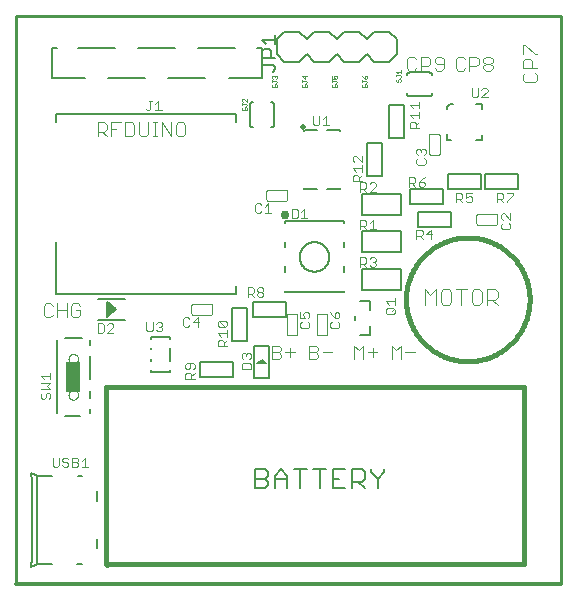
<source format=gto>
G75*
%MOIN*%
%OFA0B0*%
%FSLAX25Y25*%
%IPPOS*%
%LPD*%
%AMOC8*
5,1,8,0,0,1.08239X$1,22.5*
%
%ADD10C,0.01600*%
%ADD11C,0.01000*%
%ADD12C,0.01200*%
%ADD13C,0.00600*%
%ADD14C,0.00400*%
%ADD15C,0.00300*%
%ADD16C,0.03000*%
%ADD17C,0.00500*%
%ADD18C,0.00800*%
%ADD19C,0.00100*%
%ADD20R,0.05000X0.10000*%
%ADD21C,0.00000*%
%ADD22C,0.02000*%
D10*
X0031726Y0008116D02*
X0031726Y0067116D01*
X0031976Y0067116D02*
X0171226Y0067116D01*
X0171226Y0065616D01*
X0171226Y0008116D01*
X0031976Y0008116D01*
X0031976Y0007866D01*
X0131734Y0096429D02*
X0131740Y0096935D01*
X0131759Y0097441D01*
X0131790Y0097946D01*
X0131833Y0098450D01*
X0131889Y0098953D01*
X0131957Y0099454D01*
X0132038Y0099954D01*
X0132130Y0100451D01*
X0132235Y0100946D01*
X0132352Y0101438D01*
X0132481Y0101928D01*
X0132622Y0102414D01*
X0132775Y0102896D01*
X0132939Y0103374D01*
X0133115Y0103849D01*
X0133303Y0104318D01*
X0133503Y0104783D01*
X0133713Y0105243D01*
X0133935Y0105698D01*
X0134168Y0106147D01*
X0134412Y0106591D01*
X0134667Y0107028D01*
X0134932Y0107459D01*
X0135208Y0107883D01*
X0135495Y0108300D01*
X0135791Y0108710D01*
X0136097Y0109113D01*
X0136414Y0109508D01*
X0136739Y0109895D01*
X0137075Y0110274D01*
X0137419Y0110645D01*
X0137772Y0111007D01*
X0138134Y0111360D01*
X0138505Y0111704D01*
X0138884Y0112040D01*
X0139271Y0112365D01*
X0139666Y0112682D01*
X0140069Y0112988D01*
X0140479Y0113284D01*
X0140896Y0113571D01*
X0141320Y0113847D01*
X0141751Y0114112D01*
X0142188Y0114367D01*
X0142632Y0114611D01*
X0143081Y0114844D01*
X0143536Y0115066D01*
X0143996Y0115276D01*
X0144461Y0115476D01*
X0144930Y0115664D01*
X0145405Y0115840D01*
X0145883Y0116004D01*
X0146365Y0116157D01*
X0146851Y0116298D01*
X0147341Y0116427D01*
X0147833Y0116544D01*
X0148328Y0116649D01*
X0148825Y0116741D01*
X0149325Y0116822D01*
X0149826Y0116890D01*
X0150329Y0116946D01*
X0150833Y0116989D01*
X0151338Y0117020D01*
X0151844Y0117039D01*
X0152350Y0117045D01*
X0152856Y0117039D01*
X0153362Y0117020D01*
X0153867Y0116989D01*
X0154371Y0116946D01*
X0154874Y0116890D01*
X0155375Y0116822D01*
X0155875Y0116741D01*
X0156372Y0116649D01*
X0156867Y0116544D01*
X0157359Y0116427D01*
X0157849Y0116298D01*
X0158335Y0116157D01*
X0158817Y0116004D01*
X0159295Y0115840D01*
X0159770Y0115664D01*
X0160239Y0115476D01*
X0160704Y0115276D01*
X0161164Y0115066D01*
X0161619Y0114844D01*
X0162068Y0114611D01*
X0162512Y0114367D01*
X0162949Y0114112D01*
X0163380Y0113847D01*
X0163804Y0113571D01*
X0164221Y0113284D01*
X0164631Y0112988D01*
X0165034Y0112682D01*
X0165429Y0112365D01*
X0165816Y0112040D01*
X0166195Y0111704D01*
X0166566Y0111360D01*
X0166928Y0111007D01*
X0167281Y0110645D01*
X0167625Y0110274D01*
X0167961Y0109895D01*
X0168286Y0109508D01*
X0168603Y0109113D01*
X0168909Y0108710D01*
X0169205Y0108300D01*
X0169492Y0107883D01*
X0169768Y0107459D01*
X0170033Y0107028D01*
X0170288Y0106591D01*
X0170532Y0106147D01*
X0170765Y0105698D01*
X0170987Y0105243D01*
X0171197Y0104783D01*
X0171397Y0104318D01*
X0171585Y0103849D01*
X0171761Y0103374D01*
X0171925Y0102896D01*
X0172078Y0102414D01*
X0172219Y0101928D01*
X0172348Y0101438D01*
X0172465Y0100946D01*
X0172570Y0100451D01*
X0172662Y0099954D01*
X0172743Y0099454D01*
X0172811Y0098953D01*
X0172867Y0098450D01*
X0172910Y0097946D01*
X0172941Y0097441D01*
X0172960Y0096935D01*
X0172966Y0096429D01*
X0172960Y0095923D01*
X0172941Y0095417D01*
X0172910Y0094912D01*
X0172867Y0094408D01*
X0172811Y0093905D01*
X0172743Y0093404D01*
X0172662Y0092904D01*
X0172570Y0092407D01*
X0172465Y0091912D01*
X0172348Y0091420D01*
X0172219Y0090930D01*
X0172078Y0090444D01*
X0171925Y0089962D01*
X0171761Y0089484D01*
X0171585Y0089009D01*
X0171397Y0088540D01*
X0171197Y0088075D01*
X0170987Y0087615D01*
X0170765Y0087160D01*
X0170532Y0086711D01*
X0170288Y0086267D01*
X0170033Y0085830D01*
X0169768Y0085399D01*
X0169492Y0084975D01*
X0169205Y0084558D01*
X0168909Y0084148D01*
X0168603Y0083745D01*
X0168286Y0083350D01*
X0167961Y0082963D01*
X0167625Y0082584D01*
X0167281Y0082213D01*
X0166928Y0081851D01*
X0166566Y0081498D01*
X0166195Y0081154D01*
X0165816Y0080818D01*
X0165429Y0080493D01*
X0165034Y0080176D01*
X0164631Y0079870D01*
X0164221Y0079574D01*
X0163804Y0079287D01*
X0163380Y0079011D01*
X0162949Y0078746D01*
X0162512Y0078491D01*
X0162068Y0078247D01*
X0161619Y0078014D01*
X0161164Y0077792D01*
X0160704Y0077582D01*
X0160239Y0077382D01*
X0159770Y0077194D01*
X0159295Y0077018D01*
X0158817Y0076854D01*
X0158335Y0076701D01*
X0157849Y0076560D01*
X0157359Y0076431D01*
X0156867Y0076314D01*
X0156372Y0076209D01*
X0155875Y0076117D01*
X0155375Y0076036D01*
X0154874Y0075968D01*
X0154371Y0075912D01*
X0153867Y0075869D01*
X0153362Y0075838D01*
X0152856Y0075819D01*
X0152350Y0075813D01*
X0151844Y0075819D01*
X0151338Y0075838D01*
X0150833Y0075869D01*
X0150329Y0075912D01*
X0149826Y0075968D01*
X0149325Y0076036D01*
X0148825Y0076117D01*
X0148328Y0076209D01*
X0147833Y0076314D01*
X0147341Y0076431D01*
X0146851Y0076560D01*
X0146365Y0076701D01*
X0145883Y0076854D01*
X0145405Y0077018D01*
X0144930Y0077194D01*
X0144461Y0077382D01*
X0143996Y0077582D01*
X0143536Y0077792D01*
X0143081Y0078014D01*
X0142632Y0078247D01*
X0142188Y0078491D01*
X0141751Y0078746D01*
X0141320Y0079011D01*
X0140896Y0079287D01*
X0140479Y0079574D01*
X0140069Y0079870D01*
X0139666Y0080176D01*
X0139271Y0080493D01*
X0138884Y0080818D01*
X0138505Y0081154D01*
X0138134Y0081498D01*
X0137772Y0081851D01*
X0137419Y0082213D01*
X0137075Y0082584D01*
X0136739Y0082963D01*
X0136414Y0083350D01*
X0136097Y0083745D01*
X0135791Y0084148D01*
X0135495Y0084558D01*
X0135208Y0084975D01*
X0134932Y0085399D01*
X0134667Y0085830D01*
X0134412Y0086267D01*
X0134168Y0086711D01*
X0133935Y0087160D01*
X0133713Y0087615D01*
X0133503Y0088075D01*
X0133303Y0088540D01*
X0133115Y0089009D01*
X0132939Y0089484D01*
X0132775Y0089962D01*
X0132622Y0090444D01*
X0132481Y0090930D01*
X0132352Y0091420D01*
X0132235Y0091912D01*
X0132130Y0092407D01*
X0132038Y0092904D01*
X0131957Y0093404D01*
X0131889Y0093905D01*
X0131833Y0094408D01*
X0131790Y0094912D01*
X0131759Y0095417D01*
X0131740Y0095923D01*
X0131734Y0096429D01*
D11*
X0183450Y0190950D02*
X0183450Y0001600D01*
X0001600Y0001600D02*
X0001600Y0190950D01*
X0183450Y0190950D01*
D12*
X0183450Y0001600D02*
X0001600Y0001600D01*
D13*
X0046854Y0072387D02*
X0046854Y0072869D01*
X0046854Y0072387D02*
X0053235Y0072387D01*
X0053235Y0072869D01*
X0053235Y0076039D02*
X0053235Y0080153D01*
X0053235Y0083323D02*
X0053235Y0083805D01*
X0046854Y0083805D01*
X0046854Y0083323D01*
X0046854Y0080153D02*
X0046854Y0079780D01*
X0046854Y0076413D02*
X0046854Y0076039D01*
X0081526Y0039821D02*
X0084729Y0039821D01*
X0085796Y0038754D01*
X0085796Y0037686D01*
X0084729Y0036618D01*
X0081526Y0036618D01*
X0081526Y0033416D02*
X0084729Y0033416D01*
X0085796Y0034483D01*
X0085796Y0035551D01*
X0084729Y0036618D01*
X0087971Y0036618D02*
X0092242Y0036618D01*
X0092242Y0037686D02*
X0092242Y0033416D01*
X0092242Y0037686D02*
X0090107Y0039821D01*
X0087971Y0037686D01*
X0087971Y0033416D01*
X0094417Y0039821D02*
X0098687Y0039821D01*
X0096552Y0039821D02*
X0096552Y0033416D01*
X0100862Y0039821D02*
X0105133Y0039821D01*
X0102998Y0039821D02*
X0102998Y0033416D01*
X0107308Y0033416D02*
X0111578Y0033416D01*
X0113753Y0033416D02*
X0113753Y0039821D01*
X0116956Y0039821D01*
X0118024Y0038754D01*
X0118024Y0036618D01*
X0116956Y0035551D01*
X0113753Y0035551D01*
X0115889Y0035551D02*
X0118024Y0033416D01*
X0122334Y0033416D02*
X0122334Y0036618D01*
X0124469Y0038754D01*
X0124469Y0039821D01*
X0122334Y0036618D02*
X0120199Y0038754D01*
X0120199Y0039821D01*
X0111578Y0039821D02*
X0107308Y0039821D01*
X0107308Y0033416D01*
X0107308Y0036618D02*
X0109443Y0036618D01*
X0081526Y0033416D02*
X0081526Y0039821D01*
D14*
X0061276Y0069870D02*
X0058173Y0069870D01*
X0058173Y0071422D01*
X0058690Y0071939D01*
X0059725Y0071939D01*
X0060242Y0071422D01*
X0060242Y0069870D01*
X0060242Y0070904D02*
X0061276Y0071939D01*
X0060759Y0073093D02*
X0061276Y0073610D01*
X0061276Y0074644D01*
X0060759Y0075161D01*
X0058690Y0075161D01*
X0058173Y0074644D01*
X0058173Y0073610D01*
X0058690Y0073093D01*
X0059208Y0073093D01*
X0059725Y0073610D01*
X0059725Y0075161D01*
X0068923Y0080816D02*
X0068923Y0082367D01*
X0069440Y0082884D01*
X0070475Y0082884D01*
X0070992Y0082367D01*
X0070992Y0080816D01*
X0070992Y0081850D02*
X0072026Y0082884D01*
X0072026Y0084038D02*
X0072026Y0086107D01*
X0072026Y0085073D02*
X0068923Y0085073D01*
X0069958Y0084038D01*
X0069440Y0087261D02*
X0068923Y0087778D01*
X0068923Y0088813D01*
X0069440Y0089330D01*
X0071509Y0087261D01*
X0072026Y0087778D01*
X0072026Y0088813D01*
X0071509Y0089330D01*
X0069440Y0089330D01*
X0069440Y0087261D02*
X0071509Y0087261D01*
X0072026Y0080816D02*
X0068923Y0080816D01*
X0062255Y0087316D02*
X0062255Y0090418D01*
X0060703Y0088867D01*
X0062772Y0088867D01*
X0059549Y0087833D02*
X0059032Y0087316D01*
X0057998Y0087316D01*
X0057480Y0087833D01*
X0057480Y0089901D01*
X0057998Y0090418D01*
X0059032Y0090418D01*
X0059549Y0089901D01*
X0050536Y0088382D02*
X0050536Y0087864D01*
X0050019Y0087347D01*
X0050536Y0086830D01*
X0050536Y0086313D01*
X0050019Y0085796D01*
X0048985Y0085796D01*
X0048468Y0086313D01*
X0047313Y0086313D02*
X0047313Y0088899D01*
X0048468Y0088382D02*
X0048985Y0088899D01*
X0050019Y0088899D01*
X0050536Y0088382D01*
X0050019Y0087347D02*
X0049502Y0087347D01*
X0047313Y0086313D02*
X0046796Y0085796D01*
X0045762Y0085796D01*
X0045245Y0086313D01*
X0045245Y0088899D01*
X0034217Y0087901D02*
X0033700Y0088418D01*
X0032666Y0088418D01*
X0032149Y0087901D01*
X0030994Y0087901D02*
X0030994Y0085833D01*
X0030477Y0085316D01*
X0028926Y0085316D01*
X0028926Y0088418D01*
X0030477Y0088418D01*
X0030994Y0087901D01*
X0032149Y0085316D02*
X0034217Y0087384D01*
X0034217Y0087901D01*
X0034217Y0085316D02*
X0032149Y0085316D01*
X0023203Y0091333D02*
X0022436Y0090566D01*
X0020901Y0090566D01*
X0020134Y0091333D01*
X0020134Y0094402D01*
X0020901Y0095170D01*
X0022436Y0095170D01*
X0023203Y0094402D01*
X0023203Y0092868D02*
X0021668Y0092868D01*
X0023203Y0092868D02*
X0023203Y0091333D01*
X0018599Y0090566D02*
X0018599Y0095170D01*
X0018599Y0092868D02*
X0015530Y0092868D01*
X0013995Y0094402D02*
X0013228Y0095170D01*
X0011693Y0095170D01*
X0010926Y0094402D01*
X0010926Y0091333D01*
X0011693Y0090566D01*
X0013228Y0090566D01*
X0013995Y0091333D01*
X0015530Y0090566D02*
X0015530Y0095170D01*
X0013152Y0071830D02*
X0013152Y0069761D01*
X0013152Y0070795D02*
X0010049Y0070795D01*
X0011084Y0069761D01*
X0010049Y0068607D02*
X0013152Y0068607D01*
X0012118Y0067573D01*
X0013152Y0066538D01*
X0010049Y0066538D01*
X0010566Y0065384D02*
X0010049Y0064867D01*
X0010049Y0063833D01*
X0010566Y0063316D01*
X0011084Y0063316D01*
X0011601Y0063833D01*
X0011601Y0064867D01*
X0012118Y0065384D01*
X0012635Y0065384D01*
X0013152Y0064867D01*
X0013152Y0063833D01*
X0012635Y0063316D01*
X0013926Y0043668D02*
X0013926Y0041083D01*
X0014443Y0040566D01*
X0015477Y0040566D01*
X0015994Y0041083D01*
X0015994Y0043668D01*
X0017149Y0043151D02*
X0017149Y0042634D01*
X0017666Y0042117D01*
X0018700Y0042117D01*
X0019217Y0041600D01*
X0019217Y0041083D01*
X0018700Y0040566D01*
X0017666Y0040566D01*
X0017149Y0041083D01*
X0017149Y0043151D02*
X0017666Y0043668D01*
X0018700Y0043668D01*
X0019217Y0043151D01*
X0020371Y0043668D02*
X0021923Y0043668D01*
X0022440Y0043151D01*
X0022440Y0042634D01*
X0021923Y0042117D01*
X0020371Y0042117D01*
X0020371Y0040566D02*
X0021923Y0040566D01*
X0022440Y0041083D01*
X0022440Y0041600D01*
X0021923Y0042117D01*
X0023594Y0042634D02*
X0024628Y0043668D01*
X0024628Y0040566D01*
X0023594Y0040566D02*
X0025663Y0040566D01*
X0020371Y0040566D02*
X0020371Y0043668D01*
X0076923Y0073316D02*
X0076923Y0074867D01*
X0077440Y0075384D01*
X0079509Y0075384D01*
X0080026Y0074867D01*
X0080026Y0073316D01*
X0076923Y0073316D01*
X0077440Y0076538D02*
X0076923Y0077056D01*
X0076923Y0078090D01*
X0077440Y0078607D01*
X0077958Y0078607D01*
X0078475Y0078090D01*
X0078992Y0078607D01*
X0079509Y0078607D01*
X0080026Y0078090D01*
X0080026Y0077056D01*
X0079509Y0076538D01*
X0078475Y0077573D02*
X0078475Y0078090D01*
X0086977Y0078767D02*
X0089279Y0078767D01*
X0090046Y0078000D01*
X0090046Y0077233D01*
X0089279Y0076465D01*
X0086977Y0076465D01*
X0086977Y0081069D01*
X0089279Y0081069D01*
X0090046Y0080302D01*
X0090046Y0079535D01*
X0089279Y0078767D01*
X0091581Y0078767D02*
X0094650Y0078767D01*
X0093116Y0077233D02*
X0093116Y0080302D01*
X0096940Y0086870D02*
X0099009Y0086870D01*
X0099526Y0087387D01*
X0099526Y0088422D01*
X0099009Y0088939D01*
X0099009Y0090093D02*
X0099526Y0090610D01*
X0099526Y0091644D01*
X0099009Y0092161D01*
X0097975Y0092161D01*
X0097458Y0091644D01*
X0097458Y0091127D01*
X0097975Y0090093D01*
X0096423Y0090093D01*
X0096423Y0092161D01*
X0096940Y0088939D02*
X0096423Y0088422D01*
X0096423Y0087387D01*
X0096940Y0086870D01*
X0099477Y0081069D02*
X0101779Y0081069D01*
X0102546Y0080302D01*
X0102546Y0079535D01*
X0101779Y0078767D01*
X0099477Y0078767D01*
X0099477Y0076465D02*
X0101779Y0076465D01*
X0102546Y0077233D01*
X0102546Y0078000D01*
X0101779Y0078767D01*
X0104081Y0078767D02*
X0107150Y0078767D01*
X0114477Y0076465D02*
X0114477Y0081069D01*
X0116012Y0079535D01*
X0117546Y0081069D01*
X0117546Y0076465D01*
X0119081Y0078767D02*
X0122150Y0078767D01*
X0120616Y0077233D02*
X0120616Y0080302D01*
X0126977Y0081069D02*
X0126977Y0076465D01*
X0130046Y0076465D02*
X0130046Y0081069D01*
X0128512Y0079535D01*
X0126977Y0081069D01*
X0131581Y0078767D02*
X0134650Y0078767D01*
X0127572Y0091496D02*
X0125503Y0091496D01*
X0124986Y0092013D01*
X0124986Y0093048D01*
X0125503Y0093565D01*
X0127572Y0093565D01*
X0128089Y0093048D01*
X0128089Y0092013D01*
X0127572Y0091496D01*
X0127055Y0092530D02*
X0128089Y0093565D01*
X0128089Y0094719D02*
X0128089Y0096787D01*
X0128089Y0095753D02*
X0124986Y0095753D01*
X0126021Y0094719D01*
X0138176Y0094566D02*
X0138176Y0099770D01*
X0139911Y0098035D01*
X0141646Y0099770D01*
X0141646Y0094566D01*
X0143332Y0095433D02*
X0144200Y0094566D01*
X0145935Y0094566D01*
X0146802Y0095433D01*
X0146802Y0098903D01*
X0145935Y0099770D01*
X0144200Y0099770D01*
X0143332Y0098903D01*
X0143332Y0095433D01*
X0148489Y0099770D02*
X0151958Y0099770D01*
X0150224Y0099770D02*
X0150224Y0094566D01*
X0153645Y0095433D02*
X0154513Y0094566D01*
X0156247Y0094566D01*
X0157115Y0095433D01*
X0157115Y0098903D01*
X0156247Y0099770D01*
X0154513Y0099770D01*
X0153645Y0098903D01*
X0153645Y0095433D01*
X0158802Y0094566D02*
X0158802Y0099770D01*
X0161404Y0099770D01*
X0162271Y0098903D01*
X0162271Y0097168D01*
X0161404Y0096301D01*
X0158802Y0096301D01*
X0160536Y0096301D02*
X0162271Y0094566D01*
X0140005Y0116566D02*
X0140005Y0119668D01*
X0138453Y0118117D01*
X0140522Y0118117D01*
X0137299Y0118117D02*
X0136782Y0117600D01*
X0135230Y0117600D01*
X0135230Y0116566D02*
X0135230Y0119668D01*
X0136782Y0119668D01*
X0137299Y0119151D01*
X0137299Y0118117D01*
X0136265Y0117600D02*
X0137299Y0116566D01*
X0148480Y0128816D02*
X0148480Y0131918D01*
X0150032Y0131918D01*
X0150549Y0131401D01*
X0150549Y0130367D01*
X0150032Y0129850D01*
X0148480Y0129850D01*
X0149515Y0129850D02*
X0150549Y0128816D01*
X0151703Y0129333D02*
X0152220Y0128816D01*
X0153255Y0128816D01*
X0153772Y0129333D01*
X0153772Y0130367D01*
X0153255Y0130884D01*
X0152737Y0130884D01*
X0151703Y0130367D01*
X0151703Y0131918D01*
X0153772Y0131918D01*
X0162176Y0131918D02*
X0162176Y0128816D01*
X0162176Y0129850D02*
X0163727Y0129850D01*
X0164244Y0130367D01*
X0164244Y0131401D01*
X0163727Y0131918D01*
X0162176Y0131918D01*
X0163210Y0129850D02*
X0164244Y0128816D01*
X0165399Y0128816D02*
X0165399Y0129333D01*
X0167467Y0131401D01*
X0167467Y0131918D01*
X0165399Y0131918D01*
X0164458Y0125107D02*
X0163940Y0125107D01*
X0163423Y0124590D01*
X0163423Y0123556D01*
X0163940Y0123038D01*
X0163940Y0121884D02*
X0163423Y0121367D01*
X0163423Y0120333D01*
X0163940Y0119816D01*
X0166009Y0119816D01*
X0166526Y0120333D01*
X0166526Y0121367D01*
X0166009Y0121884D01*
X0166526Y0123038D02*
X0164458Y0125107D01*
X0166526Y0125107D02*
X0166526Y0123038D01*
X0138276Y0141887D02*
X0138276Y0142922D01*
X0137759Y0143439D01*
X0137759Y0144593D02*
X0138276Y0145110D01*
X0138276Y0146144D01*
X0137759Y0146661D01*
X0137242Y0146661D01*
X0136725Y0146144D01*
X0136725Y0145627D01*
X0136725Y0146144D02*
X0136208Y0146661D01*
X0135690Y0146661D01*
X0135173Y0146144D01*
X0135173Y0145110D01*
X0135690Y0144593D01*
X0135690Y0143439D02*
X0135173Y0142922D01*
X0135173Y0141887D01*
X0135690Y0141370D01*
X0137759Y0141370D01*
X0138276Y0141887D01*
X0138022Y0137168D02*
X0136987Y0136651D01*
X0135953Y0135617D01*
X0137505Y0135617D01*
X0138022Y0135100D01*
X0138022Y0134583D01*
X0137505Y0134066D01*
X0136470Y0134066D01*
X0135953Y0134583D01*
X0135953Y0135617D01*
X0134799Y0135617D02*
X0134282Y0135100D01*
X0132730Y0135100D01*
X0132730Y0134066D02*
X0132730Y0137168D01*
X0134282Y0137168D01*
X0134799Y0136651D01*
X0134799Y0135617D01*
X0133765Y0135100D02*
X0134799Y0134066D01*
X0121717Y0134384D02*
X0121717Y0134901D01*
X0121200Y0135418D01*
X0120166Y0135418D01*
X0119649Y0134901D01*
X0118494Y0134901D02*
X0117977Y0135418D01*
X0116426Y0135418D01*
X0116426Y0132316D01*
X0116426Y0133350D02*
X0117977Y0133350D01*
X0118494Y0133867D01*
X0118494Y0134901D01*
X0117026Y0135816D02*
X0113923Y0135816D01*
X0113923Y0137367D01*
X0114440Y0137884D01*
X0115475Y0137884D01*
X0115992Y0137367D01*
X0115992Y0135816D01*
X0115992Y0136850D02*
X0117026Y0137884D01*
X0117026Y0139038D02*
X0117026Y0141107D01*
X0117026Y0140073D02*
X0113923Y0140073D01*
X0114958Y0139038D01*
X0114440Y0142261D02*
X0113923Y0142778D01*
X0113923Y0143813D01*
X0114440Y0144330D01*
X0114958Y0144330D01*
X0117026Y0142261D01*
X0117026Y0144330D01*
X0117460Y0133350D02*
X0118494Y0132316D01*
X0119649Y0132316D02*
X0121717Y0134384D01*
X0121717Y0132316D02*
X0119649Y0132316D01*
X0120683Y0122918D02*
X0120683Y0119816D01*
X0119649Y0119816D02*
X0121717Y0119816D01*
X0119649Y0121884D02*
X0120683Y0122918D01*
X0118494Y0122401D02*
X0118494Y0121367D01*
X0117977Y0120850D01*
X0116426Y0120850D01*
X0117460Y0120850D02*
X0118494Y0119816D01*
X0116426Y0119816D02*
X0116426Y0122918D01*
X0117977Y0122918D01*
X0118494Y0122401D01*
X0117977Y0110418D02*
X0116426Y0110418D01*
X0116426Y0107316D01*
X0116426Y0108350D02*
X0117977Y0108350D01*
X0118494Y0108867D01*
X0118494Y0109901D01*
X0117977Y0110418D01*
X0119649Y0109901D02*
X0120166Y0110418D01*
X0121200Y0110418D01*
X0121717Y0109901D01*
X0121717Y0109384D01*
X0121200Y0108867D01*
X0121717Y0108350D01*
X0121717Y0107833D01*
X0121200Y0107316D01*
X0120166Y0107316D01*
X0119649Y0107833D01*
X0118494Y0107316D02*
X0117460Y0108350D01*
X0120683Y0108867D02*
X0121200Y0108867D01*
X0109009Y0092161D02*
X0108492Y0092161D01*
X0107975Y0091644D01*
X0107975Y0090093D01*
X0109009Y0090093D01*
X0109526Y0090610D01*
X0109526Y0091644D01*
X0109009Y0092161D01*
X0106940Y0091127D02*
X0107975Y0090093D01*
X0106940Y0091127D02*
X0106423Y0092161D01*
X0106940Y0088939D02*
X0106423Y0088422D01*
X0106423Y0087387D01*
X0106940Y0086870D01*
X0109009Y0086870D01*
X0109526Y0087387D01*
X0109526Y0088422D01*
X0109009Y0088939D01*
X0099477Y0081069D02*
X0099477Y0076465D01*
X0083700Y0097316D02*
X0082666Y0097316D01*
X0082149Y0097833D01*
X0082149Y0098350D01*
X0082666Y0098867D01*
X0083700Y0098867D01*
X0084217Y0098350D01*
X0084217Y0097833D01*
X0083700Y0097316D01*
X0083700Y0098867D02*
X0084217Y0099384D01*
X0084217Y0099901D01*
X0083700Y0100418D01*
X0082666Y0100418D01*
X0082149Y0099901D01*
X0082149Y0099384D01*
X0082666Y0098867D01*
X0080994Y0098867D02*
X0080477Y0098350D01*
X0078926Y0098350D01*
X0079960Y0098350D02*
X0080994Y0097316D01*
X0080994Y0098867D02*
X0080994Y0099901D01*
X0080477Y0100418D01*
X0078926Y0100418D01*
X0078926Y0097316D01*
X0093613Y0123503D02*
X0095164Y0123503D01*
X0095681Y0124020D01*
X0095681Y0126088D01*
X0095164Y0126605D01*
X0093613Y0126605D01*
X0093613Y0123503D01*
X0096836Y0123503D02*
X0098904Y0123503D01*
X0097870Y0123503D02*
X0097870Y0126605D01*
X0096836Y0125571D01*
X0086772Y0125316D02*
X0084703Y0125316D01*
X0085737Y0125316D02*
X0085737Y0128418D01*
X0084703Y0127384D01*
X0083549Y0127901D02*
X0083032Y0128418D01*
X0081998Y0128418D01*
X0081480Y0127901D01*
X0081480Y0125833D01*
X0081998Y0125316D01*
X0083032Y0125316D01*
X0083549Y0125833D01*
X0058084Y0151583D02*
X0058084Y0154652D01*
X0057317Y0155420D01*
X0055782Y0155420D01*
X0055015Y0154652D01*
X0055015Y0151583D01*
X0055782Y0150816D01*
X0057317Y0150816D01*
X0058084Y0151583D01*
X0053480Y0150816D02*
X0053480Y0155420D01*
X0050411Y0155420D02*
X0050411Y0150816D01*
X0048876Y0150816D02*
X0047342Y0150816D01*
X0048109Y0150816D02*
X0048109Y0155420D01*
X0047342Y0155420D02*
X0048876Y0155420D01*
X0050411Y0155420D02*
X0053480Y0150816D01*
X0045807Y0151583D02*
X0045807Y0155420D01*
X0042738Y0155420D02*
X0042738Y0151583D01*
X0043505Y0150816D01*
X0045040Y0150816D01*
X0045807Y0151583D01*
X0041203Y0151583D02*
X0041203Y0154652D01*
X0040436Y0155420D01*
X0038134Y0155420D01*
X0038134Y0150816D01*
X0040436Y0150816D01*
X0041203Y0151583D01*
X0036599Y0155420D02*
X0033530Y0155420D01*
X0033530Y0150816D01*
X0031995Y0150816D02*
X0030461Y0152350D01*
X0031228Y0152350D02*
X0028926Y0152350D01*
X0028926Y0150816D02*
X0028926Y0155420D01*
X0031228Y0155420D01*
X0031995Y0154652D01*
X0031995Y0153118D01*
X0031228Y0152350D01*
X0033530Y0153118D02*
X0035065Y0153118D01*
X0044980Y0159959D02*
X0045498Y0159442D01*
X0046015Y0159442D01*
X0046532Y0159959D01*
X0046532Y0162544D01*
X0046015Y0162544D02*
X0047049Y0162544D01*
X0048203Y0161510D02*
X0049237Y0162544D01*
X0049237Y0159442D01*
X0048203Y0159442D02*
X0050272Y0159442D01*
X0100780Y0157544D02*
X0100780Y0154959D01*
X0101297Y0154442D01*
X0102331Y0154442D01*
X0102848Y0154959D01*
X0102848Y0157544D01*
X0104002Y0156510D02*
X0105037Y0157544D01*
X0105037Y0154442D01*
X0106071Y0154442D02*
X0104002Y0154442D01*
X0132063Y0173433D02*
X0132830Y0172666D01*
X0134365Y0172666D01*
X0135132Y0173433D01*
X0136667Y0172666D02*
X0136667Y0177270D01*
X0138969Y0177270D01*
X0139736Y0176503D01*
X0139736Y0174968D01*
X0138969Y0174201D01*
X0136667Y0174201D01*
X0135132Y0176503D02*
X0134365Y0177270D01*
X0132830Y0177270D01*
X0132063Y0176503D01*
X0132063Y0173433D01*
X0141271Y0173433D02*
X0142038Y0172666D01*
X0143573Y0172666D01*
X0144340Y0173433D01*
X0144340Y0176503D01*
X0143573Y0177270D01*
X0142038Y0177270D01*
X0141271Y0176503D01*
X0141271Y0175735D01*
X0142038Y0174968D01*
X0144340Y0174968D01*
X0148313Y0173433D02*
X0149080Y0172666D01*
X0150615Y0172666D01*
X0151382Y0173433D01*
X0152917Y0172666D02*
X0152917Y0177270D01*
X0155219Y0177270D01*
X0155986Y0176503D01*
X0155986Y0174968D01*
X0155219Y0174201D01*
X0152917Y0174201D01*
X0151382Y0176503D02*
X0150615Y0177270D01*
X0149080Y0177270D01*
X0148313Y0176503D01*
X0148313Y0173433D01*
X0153676Y0166918D02*
X0153676Y0164333D01*
X0154193Y0163816D01*
X0155227Y0163816D01*
X0155744Y0164333D01*
X0155744Y0166918D01*
X0156899Y0166401D02*
X0157416Y0166918D01*
X0158450Y0166918D01*
X0158967Y0166401D01*
X0158967Y0165884D01*
X0156899Y0163816D01*
X0158967Y0163816D01*
X0158288Y0172666D02*
X0157521Y0173433D01*
X0157521Y0174201D01*
X0158288Y0174968D01*
X0159823Y0174968D01*
X0160590Y0174201D01*
X0160590Y0173433D01*
X0159823Y0172666D01*
X0158288Y0172666D01*
X0158288Y0174968D02*
X0157521Y0175735D01*
X0157521Y0176503D01*
X0158288Y0177270D01*
X0159823Y0177270D01*
X0160590Y0176503D01*
X0160590Y0175735D01*
X0159823Y0174968D01*
X0170772Y0175773D02*
X0170772Y0173471D01*
X0175376Y0173471D01*
X0173842Y0173471D02*
X0173842Y0175773D01*
X0173074Y0176540D01*
X0171540Y0176540D01*
X0170772Y0175773D01*
X0170772Y0178075D02*
X0170772Y0181144D01*
X0171540Y0181144D01*
X0174609Y0178075D01*
X0175376Y0178075D01*
X0174609Y0171936D02*
X0175376Y0171169D01*
X0175376Y0169634D01*
X0174609Y0168867D01*
X0171540Y0168867D01*
X0170772Y0169634D01*
X0170772Y0171169D01*
X0171540Y0171936D01*
X0136026Y0162161D02*
X0136026Y0160093D01*
X0136026Y0161127D02*
X0132923Y0161127D01*
X0133958Y0160093D01*
X0136026Y0158939D02*
X0136026Y0156870D01*
X0136026Y0157904D02*
X0132923Y0157904D01*
X0133958Y0156870D01*
X0134475Y0155716D02*
X0134992Y0155199D01*
X0134992Y0153647D01*
X0136026Y0153647D02*
X0132923Y0153647D01*
X0132923Y0155199D01*
X0133440Y0155716D01*
X0134475Y0155716D01*
X0134992Y0154682D02*
X0136026Y0155716D01*
D15*
X0139976Y0151616D02*
X0142476Y0151616D01*
X0142520Y0151614D01*
X0142563Y0151608D01*
X0142605Y0151599D01*
X0142647Y0151586D01*
X0142687Y0151569D01*
X0142726Y0151549D01*
X0142763Y0151526D01*
X0142797Y0151499D01*
X0142830Y0151470D01*
X0142859Y0151437D01*
X0142886Y0151403D01*
X0142909Y0151366D01*
X0142929Y0151327D01*
X0142946Y0151287D01*
X0142959Y0151245D01*
X0142968Y0151203D01*
X0142974Y0151160D01*
X0142976Y0151116D01*
X0142976Y0145116D01*
X0142974Y0145072D01*
X0142968Y0145029D01*
X0142959Y0144987D01*
X0142946Y0144945D01*
X0142929Y0144905D01*
X0142909Y0144866D01*
X0142886Y0144829D01*
X0142859Y0144795D01*
X0142830Y0144762D01*
X0142797Y0144733D01*
X0142763Y0144706D01*
X0142726Y0144683D01*
X0142687Y0144663D01*
X0142647Y0144646D01*
X0142605Y0144633D01*
X0142563Y0144624D01*
X0142520Y0144618D01*
X0142476Y0144616D01*
X0139976Y0144616D01*
X0139932Y0144618D01*
X0139889Y0144624D01*
X0139847Y0144633D01*
X0139805Y0144646D01*
X0139765Y0144663D01*
X0139726Y0144683D01*
X0139689Y0144706D01*
X0139655Y0144733D01*
X0139622Y0144762D01*
X0139593Y0144795D01*
X0139566Y0144829D01*
X0139543Y0144866D01*
X0139523Y0144905D01*
X0139506Y0144945D01*
X0139493Y0144987D01*
X0139484Y0145029D01*
X0139478Y0145072D01*
X0139476Y0145116D01*
X0139476Y0151116D01*
X0139478Y0151160D01*
X0139484Y0151203D01*
X0139493Y0151245D01*
X0139506Y0151287D01*
X0139523Y0151327D01*
X0139543Y0151366D01*
X0139566Y0151403D01*
X0139593Y0151437D01*
X0139622Y0151470D01*
X0139655Y0151499D01*
X0139689Y0151526D01*
X0139726Y0151549D01*
X0139765Y0151569D01*
X0139805Y0151586D01*
X0139847Y0151599D01*
X0139889Y0151608D01*
X0139932Y0151614D01*
X0139976Y0151616D01*
X0155726Y0124866D02*
X0161726Y0124866D01*
X0161770Y0124864D01*
X0161813Y0124858D01*
X0161855Y0124849D01*
X0161897Y0124836D01*
X0161937Y0124819D01*
X0161976Y0124799D01*
X0162013Y0124776D01*
X0162047Y0124749D01*
X0162080Y0124720D01*
X0162109Y0124687D01*
X0162136Y0124653D01*
X0162159Y0124616D01*
X0162179Y0124577D01*
X0162196Y0124537D01*
X0162209Y0124495D01*
X0162218Y0124453D01*
X0162224Y0124410D01*
X0162226Y0124366D01*
X0162226Y0121866D01*
X0162224Y0121822D01*
X0162218Y0121779D01*
X0162209Y0121737D01*
X0162196Y0121695D01*
X0162179Y0121655D01*
X0162159Y0121616D01*
X0162136Y0121579D01*
X0162109Y0121545D01*
X0162080Y0121512D01*
X0162047Y0121483D01*
X0162013Y0121456D01*
X0161976Y0121433D01*
X0161937Y0121413D01*
X0161897Y0121396D01*
X0161855Y0121383D01*
X0161813Y0121374D01*
X0161770Y0121368D01*
X0161726Y0121366D01*
X0155726Y0121366D01*
X0155682Y0121368D01*
X0155639Y0121374D01*
X0155597Y0121383D01*
X0155555Y0121396D01*
X0155515Y0121413D01*
X0155476Y0121433D01*
X0155439Y0121456D01*
X0155405Y0121483D01*
X0155372Y0121512D01*
X0155343Y0121545D01*
X0155316Y0121579D01*
X0155293Y0121616D01*
X0155273Y0121655D01*
X0155256Y0121695D01*
X0155243Y0121737D01*
X0155234Y0121779D01*
X0155228Y0121822D01*
X0155226Y0121866D01*
X0155226Y0124366D01*
X0155228Y0124410D01*
X0155234Y0124453D01*
X0155243Y0124495D01*
X0155256Y0124537D01*
X0155273Y0124577D01*
X0155293Y0124616D01*
X0155316Y0124653D01*
X0155343Y0124687D01*
X0155372Y0124720D01*
X0155405Y0124749D01*
X0155439Y0124776D01*
X0155476Y0124799D01*
X0155515Y0124819D01*
X0155555Y0124836D01*
X0155597Y0124849D01*
X0155639Y0124858D01*
X0155682Y0124864D01*
X0155726Y0124866D01*
X0105476Y0091116D02*
X0105476Y0085116D01*
X0105474Y0085072D01*
X0105468Y0085029D01*
X0105459Y0084987D01*
X0105446Y0084945D01*
X0105429Y0084905D01*
X0105409Y0084866D01*
X0105386Y0084829D01*
X0105359Y0084795D01*
X0105330Y0084762D01*
X0105297Y0084733D01*
X0105263Y0084706D01*
X0105226Y0084683D01*
X0105187Y0084663D01*
X0105147Y0084646D01*
X0105105Y0084633D01*
X0105063Y0084624D01*
X0105020Y0084618D01*
X0104976Y0084616D01*
X0102476Y0084616D01*
X0102432Y0084618D01*
X0102389Y0084624D01*
X0102347Y0084633D01*
X0102305Y0084646D01*
X0102265Y0084663D01*
X0102226Y0084683D01*
X0102189Y0084706D01*
X0102155Y0084733D01*
X0102122Y0084762D01*
X0102093Y0084795D01*
X0102066Y0084829D01*
X0102043Y0084866D01*
X0102023Y0084905D01*
X0102006Y0084945D01*
X0101993Y0084987D01*
X0101984Y0085029D01*
X0101978Y0085072D01*
X0101976Y0085116D01*
X0101976Y0091116D01*
X0101978Y0091160D01*
X0101984Y0091203D01*
X0101993Y0091245D01*
X0102006Y0091287D01*
X0102023Y0091327D01*
X0102043Y0091366D01*
X0102066Y0091403D01*
X0102093Y0091437D01*
X0102122Y0091470D01*
X0102155Y0091499D01*
X0102189Y0091526D01*
X0102226Y0091549D01*
X0102265Y0091569D01*
X0102305Y0091586D01*
X0102347Y0091599D01*
X0102389Y0091608D01*
X0102432Y0091614D01*
X0102476Y0091616D01*
X0104976Y0091616D01*
X0105020Y0091614D01*
X0105063Y0091608D01*
X0105105Y0091599D01*
X0105147Y0091586D01*
X0105187Y0091569D01*
X0105226Y0091549D01*
X0105263Y0091526D01*
X0105297Y0091499D01*
X0105330Y0091470D01*
X0105359Y0091437D01*
X0105386Y0091403D01*
X0105409Y0091366D01*
X0105429Y0091327D01*
X0105446Y0091287D01*
X0105459Y0091245D01*
X0105468Y0091203D01*
X0105474Y0091160D01*
X0105476Y0091116D01*
X0095476Y0091116D02*
X0095476Y0085116D01*
X0095474Y0085072D01*
X0095468Y0085029D01*
X0095459Y0084987D01*
X0095446Y0084945D01*
X0095429Y0084905D01*
X0095409Y0084866D01*
X0095386Y0084829D01*
X0095359Y0084795D01*
X0095330Y0084762D01*
X0095297Y0084733D01*
X0095263Y0084706D01*
X0095226Y0084683D01*
X0095187Y0084663D01*
X0095147Y0084646D01*
X0095105Y0084633D01*
X0095063Y0084624D01*
X0095020Y0084618D01*
X0094976Y0084616D01*
X0092476Y0084616D01*
X0092432Y0084618D01*
X0092389Y0084624D01*
X0092347Y0084633D01*
X0092305Y0084646D01*
X0092265Y0084663D01*
X0092226Y0084683D01*
X0092189Y0084706D01*
X0092155Y0084733D01*
X0092122Y0084762D01*
X0092093Y0084795D01*
X0092066Y0084829D01*
X0092043Y0084866D01*
X0092023Y0084905D01*
X0092006Y0084945D01*
X0091993Y0084987D01*
X0091984Y0085029D01*
X0091978Y0085072D01*
X0091976Y0085116D01*
X0091976Y0091116D01*
X0091978Y0091160D01*
X0091984Y0091203D01*
X0091993Y0091245D01*
X0092006Y0091287D01*
X0092023Y0091327D01*
X0092043Y0091366D01*
X0092066Y0091403D01*
X0092093Y0091437D01*
X0092122Y0091470D01*
X0092155Y0091499D01*
X0092189Y0091526D01*
X0092226Y0091549D01*
X0092265Y0091569D01*
X0092305Y0091586D01*
X0092347Y0091599D01*
X0092389Y0091608D01*
X0092432Y0091614D01*
X0092476Y0091616D01*
X0094976Y0091616D01*
X0095020Y0091614D01*
X0095063Y0091608D01*
X0095105Y0091599D01*
X0095147Y0091586D01*
X0095187Y0091569D01*
X0095226Y0091549D01*
X0095263Y0091526D01*
X0095297Y0091499D01*
X0095330Y0091470D01*
X0095359Y0091437D01*
X0095386Y0091403D01*
X0095409Y0091366D01*
X0095429Y0091327D01*
X0095446Y0091287D01*
X0095459Y0091245D01*
X0095468Y0091203D01*
X0095474Y0091160D01*
X0095476Y0091116D01*
X0067226Y0091866D02*
X0067226Y0094366D01*
X0067224Y0094410D01*
X0067218Y0094453D01*
X0067209Y0094495D01*
X0067196Y0094537D01*
X0067179Y0094577D01*
X0067159Y0094616D01*
X0067136Y0094653D01*
X0067109Y0094687D01*
X0067080Y0094720D01*
X0067047Y0094749D01*
X0067013Y0094776D01*
X0066976Y0094799D01*
X0066937Y0094819D01*
X0066897Y0094836D01*
X0066855Y0094849D01*
X0066813Y0094858D01*
X0066770Y0094864D01*
X0066726Y0094866D01*
X0060726Y0094866D01*
X0060682Y0094864D01*
X0060639Y0094858D01*
X0060597Y0094849D01*
X0060555Y0094836D01*
X0060515Y0094819D01*
X0060476Y0094799D01*
X0060439Y0094776D01*
X0060405Y0094749D01*
X0060372Y0094720D01*
X0060343Y0094687D01*
X0060316Y0094653D01*
X0060293Y0094616D01*
X0060273Y0094577D01*
X0060256Y0094537D01*
X0060243Y0094495D01*
X0060234Y0094453D01*
X0060228Y0094410D01*
X0060226Y0094366D01*
X0060226Y0091866D01*
X0060228Y0091822D01*
X0060234Y0091779D01*
X0060243Y0091737D01*
X0060256Y0091695D01*
X0060273Y0091655D01*
X0060293Y0091616D01*
X0060316Y0091579D01*
X0060343Y0091545D01*
X0060372Y0091512D01*
X0060405Y0091483D01*
X0060439Y0091456D01*
X0060476Y0091433D01*
X0060515Y0091413D01*
X0060555Y0091396D01*
X0060597Y0091383D01*
X0060639Y0091374D01*
X0060682Y0091368D01*
X0060726Y0091366D01*
X0066726Y0091366D01*
X0066770Y0091368D01*
X0066813Y0091374D01*
X0066855Y0091383D01*
X0066897Y0091396D01*
X0066937Y0091413D01*
X0066976Y0091433D01*
X0067013Y0091456D01*
X0067047Y0091483D01*
X0067080Y0091512D01*
X0067109Y0091545D01*
X0067136Y0091579D01*
X0067159Y0091616D01*
X0067179Y0091655D01*
X0067196Y0091695D01*
X0067209Y0091737D01*
X0067218Y0091779D01*
X0067224Y0091822D01*
X0067226Y0091866D01*
X0085726Y0129366D02*
X0091726Y0129366D01*
X0091770Y0129368D01*
X0091813Y0129374D01*
X0091855Y0129383D01*
X0091897Y0129396D01*
X0091937Y0129413D01*
X0091976Y0129433D01*
X0092013Y0129456D01*
X0092047Y0129483D01*
X0092080Y0129512D01*
X0092109Y0129545D01*
X0092136Y0129579D01*
X0092159Y0129616D01*
X0092179Y0129655D01*
X0092196Y0129695D01*
X0092209Y0129737D01*
X0092218Y0129779D01*
X0092224Y0129822D01*
X0092226Y0129866D01*
X0092226Y0132366D01*
X0092224Y0132410D01*
X0092218Y0132453D01*
X0092209Y0132495D01*
X0092196Y0132537D01*
X0092179Y0132577D01*
X0092159Y0132616D01*
X0092136Y0132653D01*
X0092109Y0132687D01*
X0092080Y0132720D01*
X0092047Y0132749D01*
X0092013Y0132776D01*
X0091976Y0132799D01*
X0091937Y0132819D01*
X0091897Y0132836D01*
X0091855Y0132849D01*
X0091813Y0132858D01*
X0091770Y0132864D01*
X0091726Y0132866D01*
X0085726Y0132866D01*
X0085682Y0132864D01*
X0085639Y0132858D01*
X0085597Y0132849D01*
X0085555Y0132836D01*
X0085515Y0132819D01*
X0085476Y0132799D01*
X0085439Y0132776D01*
X0085405Y0132749D01*
X0085372Y0132720D01*
X0085343Y0132687D01*
X0085316Y0132653D01*
X0085293Y0132616D01*
X0085273Y0132577D01*
X0085256Y0132537D01*
X0085243Y0132495D01*
X0085234Y0132453D01*
X0085228Y0132410D01*
X0085226Y0132366D01*
X0085226Y0129866D01*
X0085228Y0129822D01*
X0085234Y0129779D01*
X0085243Y0129737D01*
X0085256Y0129695D01*
X0085273Y0129655D01*
X0085293Y0129616D01*
X0085316Y0129579D01*
X0085343Y0129545D01*
X0085372Y0129512D01*
X0085405Y0129483D01*
X0085439Y0129456D01*
X0085476Y0129433D01*
X0085515Y0129413D01*
X0085555Y0129396D01*
X0085597Y0129383D01*
X0085639Y0129374D01*
X0085682Y0129368D01*
X0085726Y0129366D01*
D16*
X0091301Y0124659D03*
D17*
X0091383Y0122427D02*
X0111069Y0122427D01*
X0111069Y0122033D01*
X0117226Y0124616D02*
X0117226Y0131616D01*
X0130226Y0131616D01*
X0130226Y0124616D01*
X0117226Y0124616D01*
X0117226Y0119116D02*
X0130226Y0119116D01*
X0130226Y0112116D01*
X0117226Y0112116D01*
X0117226Y0119116D01*
X0111069Y0115734D02*
X0111069Y0113765D01*
X0111069Y0107466D02*
X0111069Y0105498D01*
X0117226Y0106616D02*
X0117226Y0099616D01*
X0130226Y0099616D01*
X0130226Y0106616D01*
X0117226Y0106616D01*
X0111069Y0099198D02*
X0111069Y0098805D01*
X0091383Y0098805D01*
X0091383Y0099198D01*
X0091726Y0095616D02*
X0091726Y0090616D01*
X0080726Y0090616D01*
X0080726Y0095616D01*
X0091726Y0095616D01*
X0091383Y0105498D02*
X0091383Y0107466D01*
X0091383Y0113765D02*
X0091383Y0115734D01*
X0091383Y0122033D02*
X0091383Y0122427D01*
X0097820Y0133273D02*
X0097820Y0133667D01*
X0097820Y0133273D02*
X0102151Y0133273D01*
X0105301Y0133273D02*
X0109631Y0133273D01*
X0109631Y0133667D01*
X0118726Y0137616D02*
X0118726Y0148616D01*
X0123726Y0148616D01*
X0123726Y0137616D01*
X0118726Y0137616D01*
X0126226Y0150116D02*
X0131226Y0150116D01*
X0131226Y0161116D01*
X0126226Y0161116D01*
X0126226Y0150116D01*
X0109631Y0152565D02*
X0109631Y0152958D01*
X0105301Y0152958D01*
X0102151Y0152958D02*
X0098214Y0152958D01*
X0097820Y0152565D01*
X0083765Y0170242D02*
X0083765Y0180242D01*
X0083726Y0180242D02*
X0083726Y0180360D01*
X0082191Y0180360D01*
X0083672Y0179210D02*
X0084423Y0179960D01*
X0085924Y0179960D01*
X0086675Y0179210D01*
X0086675Y0176958D01*
X0088176Y0176958D02*
X0083672Y0176958D01*
X0083672Y0179210D01*
X0085173Y0181562D02*
X0083672Y0183063D01*
X0088176Y0183063D01*
X0088176Y0181562D02*
X0088176Y0184564D01*
X0087425Y0174606D02*
X0083672Y0174606D01*
X0083672Y0173855D02*
X0083672Y0175357D01*
X0087425Y0174606D02*
X0088176Y0173855D01*
X0088176Y0173105D01*
X0087425Y0172354D01*
X0083726Y0170242D02*
X0072742Y0170242D01*
X0064592Y0170242D02*
X0052506Y0170242D01*
X0044592Y0170242D02*
X0032506Y0170242D01*
X0024592Y0170242D02*
X0013687Y0170242D01*
X0013726Y0170242D02*
X0013726Y0180242D01*
X0015261Y0180242D01*
X0022506Y0180242D02*
X0034592Y0180242D01*
X0042506Y0180242D02*
X0054592Y0180242D01*
X0062506Y0180242D02*
X0074592Y0180242D01*
X0133226Y0133116D02*
X0133226Y0128116D01*
X0144226Y0128116D01*
X0144226Y0133116D01*
X0133226Y0133116D01*
X0135726Y0125616D02*
X0135726Y0120616D01*
X0146726Y0120616D01*
X0146726Y0125616D01*
X0135726Y0125616D01*
X0145726Y0133116D02*
X0145726Y0138116D01*
X0156726Y0138116D01*
X0156726Y0133116D01*
X0145726Y0133116D01*
X0158226Y0133116D02*
X0158226Y0138116D01*
X0169226Y0138116D01*
X0169226Y0133116D01*
X0158226Y0133116D01*
X0157131Y0149710D02*
X0155163Y0149710D01*
X0157131Y0149710D02*
X0157131Y0151285D01*
X0157131Y0159946D02*
X0157131Y0161521D01*
X0155163Y0161521D01*
X0147289Y0161521D02*
X0146434Y0161521D01*
X0145320Y0160408D01*
X0145320Y0159946D01*
X0145320Y0151679D02*
X0145320Y0149710D01*
X0146895Y0149710D01*
X0096305Y0110616D02*
X0096307Y0110756D01*
X0096313Y0110896D01*
X0096323Y0111035D01*
X0096337Y0111174D01*
X0096355Y0111313D01*
X0096376Y0111451D01*
X0096402Y0111589D01*
X0096432Y0111726D01*
X0096465Y0111861D01*
X0096503Y0111996D01*
X0096544Y0112130D01*
X0096589Y0112263D01*
X0096637Y0112394D01*
X0096690Y0112523D01*
X0096746Y0112652D01*
X0096805Y0112778D01*
X0096869Y0112903D01*
X0096935Y0113026D01*
X0097006Y0113147D01*
X0097079Y0113266D01*
X0097156Y0113383D01*
X0097237Y0113497D01*
X0097320Y0113609D01*
X0097407Y0113719D01*
X0097497Y0113827D01*
X0097589Y0113931D01*
X0097685Y0114033D01*
X0097784Y0114133D01*
X0097885Y0114229D01*
X0097989Y0114323D01*
X0098096Y0114413D01*
X0098205Y0114500D01*
X0098317Y0114585D01*
X0098431Y0114666D01*
X0098547Y0114744D01*
X0098665Y0114818D01*
X0098786Y0114889D01*
X0098908Y0114957D01*
X0099033Y0115021D01*
X0099159Y0115082D01*
X0099286Y0115139D01*
X0099416Y0115192D01*
X0099547Y0115242D01*
X0099679Y0115287D01*
X0099812Y0115330D01*
X0099947Y0115368D01*
X0100082Y0115402D01*
X0100219Y0115433D01*
X0100356Y0115460D01*
X0100494Y0115482D01*
X0100633Y0115501D01*
X0100772Y0115516D01*
X0100911Y0115527D01*
X0101051Y0115534D01*
X0101191Y0115537D01*
X0101331Y0115536D01*
X0101471Y0115531D01*
X0101610Y0115522D01*
X0101750Y0115509D01*
X0101889Y0115492D01*
X0102027Y0115471D01*
X0102165Y0115447D01*
X0102302Y0115418D01*
X0102438Y0115386D01*
X0102573Y0115349D01*
X0102707Y0115309D01*
X0102840Y0115265D01*
X0102971Y0115217D01*
X0103101Y0115166D01*
X0103230Y0115111D01*
X0103357Y0115052D01*
X0103482Y0114989D01*
X0103605Y0114924D01*
X0103727Y0114854D01*
X0103846Y0114781D01*
X0103964Y0114705D01*
X0104079Y0114626D01*
X0104192Y0114543D01*
X0104302Y0114457D01*
X0104410Y0114368D01*
X0104515Y0114276D01*
X0104618Y0114181D01*
X0104718Y0114083D01*
X0104815Y0113983D01*
X0104909Y0113879D01*
X0105001Y0113773D01*
X0105089Y0113665D01*
X0105174Y0113554D01*
X0105256Y0113440D01*
X0105335Y0113324D01*
X0105410Y0113207D01*
X0105482Y0113087D01*
X0105550Y0112965D01*
X0105615Y0112841D01*
X0105677Y0112715D01*
X0105735Y0112588D01*
X0105789Y0112459D01*
X0105840Y0112328D01*
X0105886Y0112196D01*
X0105929Y0112063D01*
X0105969Y0111929D01*
X0106004Y0111794D01*
X0106036Y0111657D01*
X0106063Y0111520D01*
X0106087Y0111382D01*
X0106107Y0111244D01*
X0106123Y0111105D01*
X0106135Y0110965D01*
X0106143Y0110826D01*
X0106147Y0110686D01*
X0106147Y0110546D01*
X0106143Y0110406D01*
X0106135Y0110267D01*
X0106123Y0110127D01*
X0106107Y0109988D01*
X0106087Y0109850D01*
X0106063Y0109712D01*
X0106036Y0109575D01*
X0106004Y0109438D01*
X0105969Y0109303D01*
X0105929Y0109169D01*
X0105886Y0109036D01*
X0105840Y0108904D01*
X0105789Y0108773D01*
X0105735Y0108644D01*
X0105677Y0108517D01*
X0105615Y0108391D01*
X0105550Y0108267D01*
X0105482Y0108145D01*
X0105410Y0108025D01*
X0105335Y0107908D01*
X0105256Y0107792D01*
X0105174Y0107678D01*
X0105089Y0107567D01*
X0105001Y0107459D01*
X0104909Y0107353D01*
X0104815Y0107249D01*
X0104718Y0107149D01*
X0104618Y0107051D01*
X0104515Y0106956D01*
X0104410Y0106864D01*
X0104302Y0106775D01*
X0104192Y0106689D01*
X0104079Y0106606D01*
X0103964Y0106527D01*
X0103846Y0106451D01*
X0103727Y0106378D01*
X0103605Y0106308D01*
X0103482Y0106243D01*
X0103357Y0106180D01*
X0103230Y0106121D01*
X0103101Y0106066D01*
X0102971Y0106015D01*
X0102840Y0105967D01*
X0102707Y0105923D01*
X0102573Y0105883D01*
X0102438Y0105846D01*
X0102302Y0105814D01*
X0102165Y0105785D01*
X0102027Y0105761D01*
X0101889Y0105740D01*
X0101750Y0105723D01*
X0101610Y0105710D01*
X0101471Y0105701D01*
X0101331Y0105696D01*
X0101191Y0105695D01*
X0101051Y0105698D01*
X0100911Y0105705D01*
X0100772Y0105716D01*
X0100633Y0105731D01*
X0100494Y0105750D01*
X0100356Y0105772D01*
X0100219Y0105799D01*
X0100082Y0105830D01*
X0099947Y0105864D01*
X0099812Y0105902D01*
X0099679Y0105945D01*
X0099547Y0105990D01*
X0099416Y0106040D01*
X0099286Y0106093D01*
X0099159Y0106150D01*
X0099033Y0106211D01*
X0098908Y0106275D01*
X0098786Y0106343D01*
X0098665Y0106414D01*
X0098547Y0106488D01*
X0098431Y0106566D01*
X0098317Y0106647D01*
X0098205Y0106732D01*
X0098096Y0106819D01*
X0097989Y0106909D01*
X0097885Y0107003D01*
X0097784Y0107099D01*
X0097685Y0107199D01*
X0097589Y0107301D01*
X0097497Y0107405D01*
X0097407Y0107513D01*
X0097320Y0107623D01*
X0097237Y0107735D01*
X0097156Y0107849D01*
X0097079Y0107966D01*
X0097006Y0108085D01*
X0096935Y0108206D01*
X0096869Y0108329D01*
X0096805Y0108454D01*
X0096746Y0108580D01*
X0096690Y0108709D01*
X0096637Y0108838D01*
X0096589Y0108969D01*
X0096544Y0109102D01*
X0096503Y0109236D01*
X0096465Y0109371D01*
X0096432Y0109506D01*
X0096402Y0109643D01*
X0096376Y0109781D01*
X0096355Y0109919D01*
X0096337Y0110058D01*
X0096323Y0110197D01*
X0096313Y0110336D01*
X0096307Y0110476D01*
X0096305Y0110616D01*
X0078726Y0093616D02*
X0073726Y0093616D01*
X0073726Y0082616D01*
X0078726Y0082616D01*
X0078726Y0093616D01*
X0081226Y0080866D02*
X0086226Y0080866D01*
X0086226Y0070366D01*
X0081226Y0070366D01*
X0081226Y0080866D01*
X0083726Y0076116D02*
X0082976Y0075616D01*
X0084476Y0075616D01*
X0083726Y0076116D01*
X0084476Y0075616D02*
X0085226Y0075116D01*
X0082226Y0075116D01*
X0082976Y0075616D01*
X0082726Y0075366D02*
X0084726Y0075366D01*
X0074226Y0075616D02*
X0074226Y0070616D01*
X0063226Y0070616D01*
X0063226Y0075616D01*
X0074226Y0075616D01*
X0038226Y0089616D02*
X0029226Y0089616D01*
X0032226Y0090616D02*
X0032226Y0091116D01*
X0032726Y0095116D01*
X0034726Y0093116D01*
X0032226Y0091616D01*
X0032726Y0094616D01*
X0034226Y0093116D01*
X0032726Y0092116D01*
X0032726Y0092616D01*
X0033226Y0093616D01*
X0033226Y0093116D01*
X0033226Y0093616D02*
X0033726Y0093116D01*
X0032726Y0092616D01*
X0032726Y0094116D01*
X0033226Y0093616D01*
X0035226Y0093116D02*
X0032226Y0091116D01*
X0032226Y0091616D01*
X0032226Y0095616D01*
X0035226Y0093116D01*
X0032226Y0090616D01*
X0029226Y0096616D02*
X0038226Y0096616D01*
X0026364Y0082820D02*
X0026364Y0081246D01*
X0026364Y0077702D02*
X0026364Y0069828D01*
X0026364Y0065891D02*
X0026364Y0063529D01*
X0026364Y0059986D02*
X0026364Y0058411D01*
X0023214Y0057624D02*
X0018096Y0057624D01*
X0015352Y0058411D02*
X0015352Y0082820D01*
X0018096Y0083608D02*
X0023608Y0083608D01*
X0023608Y0037433D02*
X0022427Y0037433D01*
X0028726Y0032708D02*
X0028726Y0029165D01*
X0028726Y0016567D02*
X0028726Y0013417D01*
X0023608Y0008299D02*
X0022033Y0008299D01*
X0013765Y0008299D02*
X0009041Y0008299D01*
X0006679Y0007118D01*
X0007072Y0010267D01*
X0007072Y0035858D01*
X0006679Y0038614D01*
X0009041Y0037433D01*
X0013765Y0037433D01*
X0008647Y0037433D02*
X0008647Y0008299D01*
X0114789Y0089492D02*
X0114789Y0090992D01*
X0116289Y0095992D02*
X0119789Y0095992D01*
X0119789Y0092992D01*
X0119789Y0087492D02*
X0119789Y0084492D01*
X0116289Y0084492D01*
D18*
X0075126Y0098116D02*
X0015126Y0098116D01*
X0015126Y0115716D01*
X0015126Y0155516D02*
X0015126Y0158116D01*
X0075126Y0158116D01*
X0075126Y0155616D01*
X0079726Y0154866D02*
X0079726Y0161366D01*
X0079728Y0161426D01*
X0079733Y0161487D01*
X0079742Y0161546D01*
X0079755Y0161605D01*
X0079771Y0161664D01*
X0079791Y0161721D01*
X0079814Y0161776D01*
X0079841Y0161831D01*
X0079870Y0161883D01*
X0079903Y0161934D01*
X0079939Y0161983D01*
X0079977Y0162029D01*
X0080019Y0162073D01*
X0080063Y0162115D01*
X0080109Y0162153D01*
X0080158Y0162189D01*
X0080209Y0162222D01*
X0080261Y0162251D01*
X0080316Y0162278D01*
X0080371Y0162301D01*
X0080428Y0162321D01*
X0080487Y0162337D01*
X0080546Y0162350D01*
X0080605Y0162359D01*
X0080666Y0162364D01*
X0080726Y0162366D01*
X0086726Y0162366D02*
X0086786Y0162364D01*
X0086847Y0162359D01*
X0086906Y0162350D01*
X0086965Y0162337D01*
X0087024Y0162321D01*
X0087081Y0162301D01*
X0087136Y0162278D01*
X0087191Y0162251D01*
X0087243Y0162222D01*
X0087294Y0162189D01*
X0087343Y0162153D01*
X0087389Y0162115D01*
X0087433Y0162073D01*
X0087475Y0162029D01*
X0087513Y0161983D01*
X0087549Y0161934D01*
X0087582Y0161883D01*
X0087611Y0161831D01*
X0087638Y0161776D01*
X0087661Y0161721D01*
X0087681Y0161664D01*
X0087697Y0161605D01*
X0087710Y0161546D01*
X0087719Y0161487D01*
X0087724Y0161426D01*
X0087726Y0161366D01*
X0087726Y0154866D01*
X0087724Y0154806D01*
X0087719Y0154745D01*
X0087710Y0154686D01*
X0087697Y0154627D01*
X0087681Y0154568D01*
X0087661Y0154511D01*
X0087638Y0154456D01*
X0087611Y0154401D01*
X0087582Y0154349D01*
X0087549Y0154298D01*
X0087513Y0154249D01*
X0087475Y0154203D01*
X0087433Y0154159D01*
X0087389Y0154117D01*
X0087343Y0154079D01*
X0087294Y0154043D01*
X0087243Y0154010D01*
X0087191Y0153981D01*
X0087136Y0153954D01*
X0087081Y0153931D01*
X0087024Y0153911D01*
X0086965Y0153895D01*
X0086906Y0153882D01*
X0086847Y0153873D01*
X0086786Y0153868D01*
X0086726Y0153866D01*
X0080726Y0153866D02*
X0080666Y0153868D01*
X0080605Y0153873D01*
X0080546Y0153882D01*
X0080487Y0153895D01*
X0080428Y0153911D01*
X0080371Y0153931D01*
X0080316Y0153954D01*
X0080261Y0153981D01*
X0080209Y0154010D01*
X0080158Y0154043D01*
X0080109Y0154079D01*
X0080063Y0154117D01*
X0080019Y0154159D01*
X0079977Y0154203D01*
X0079939Y0154249D01*
X0079903Y0154298D01*
X0079870Y0154349D01*
X0079841Y0154401D01*
X0079814Y0154456D01*
X0079791Y0154511D01*
X0079771Y0154568D01*
X0079755Y0154627D01*
X0079742Y0154686D01*
X0079733Y0154745D01*
X0079728Y0154806D01*
X0079726Y0154866D01*
X0091226Y0175616D02*
X0096226Y0175616D01*
X0098726Y0178116D01*
X0101226Y0175616D01*
X0106226Y0175616D01*
X0108726Y0178116D01*
X0111226Y0175616D01*
X0116226Y0175616D01*
X0118726Y0178116D01*
X0121226Y0175616D01*
X0126226Y0175616D01*
X0128726Y0178116D01*
X0128726Y0183116D01*
X0126226Y0185616D01*
X0121226Y0185616D01*
X0118726Y0183116D01*
X0116226Y0185616D01*
X0111226Y0185616D01*
X0108726Y0183116D01*
X0106226Y0185616D01*
X0101226Y0185616D01*
X0098726Y0183116D01*
X0096226Y0185616D01*
X0091226Y0185616D01*
X0088726Y0183116D01*
X0088726Y0178116D01*
X0091226Y0175616D01*
X0132976Y0172116D02*
X0139476Y0172116D01*
X0139536Y0172114D01*
X0139597Y0172109D01*
X0139656Y0172100D01*
X0139715Y0172087D01*
X0139774Y0172071D01*
X0139831Y0172051D01*
X0139886Y0172028D01*
X0139941Y0172001D01*
X0139993Y0171972D01*
X0140044Y0171939D01*
X0140093Y0171903D01*
X0140139Y0171865D01*
X0140183Y0171823D01*
X0140225Y0171779D01*
X0140263Y0171733D01*
X0140299Y0171684D01*
X0140332Y0171633D01*
X0140361Y0171581D01*
X0140388Y0171526D01*
X0140411Y0171471D01*
X0140431Y0171414D01*
X0140447Y0171355D01*
X0140460Y0171296D01*
X0140469Y0171237D01*
X0140474Y0171176D01*
X0140476Y0171116D01*
X0140476Y0165116D02*
X0140474Y0165056D01*
X0140469Y0164995D01*
X0140460Y0164936D01*
X0140447Y0164877D01*
X0140431Y0164818D01*
X0140411Y0164761D01*
X0140388Y0164706D01*
X0140361Y0164651D01*
X0140332Y0164599D01*
X0140299Y0164548D01*
X0140263Y0164499D01*
X0140225Y0164453D01*
X0140183Y0164409D01*
X0140139Y0164367D01*
X0140093Y0164329D01*
X0140044Y0164293D01*
X0139993Y0164260D01*
X0139941Y0164231D01*
X0139886Y0164204D01*
X0139831Y0164181D01*
X0139774Y0164161D01*
X0139715Y0164145D01*
X0139656Y0164132D01*
X0139597Y0164123D01*
X0139536Y0164118D01*
X0139476Y0164116D01*
X0132976Y0164116D01*
X0132916Y0164118D01*
X0132855Y0164123D01*
X0132796Y0164132D01*
X0132737Y0164145D01*
X0132678Y0164161D01*
X0132621Y0164181D01*
X0132566Y0164204D01*
X0132511Y0164231D01*
X0132459Y0164260D01*
X0132408Y0164293D01*
X0132359Y0164329D01*
X0132313Y0164367D01*
X0132269Y0164409D01*
X0132227Y0164453D01*
X0132189Y0164499D01*
X0132153Y0164548D01*
X0132120Y0164599D01*
X0132091Y0164651D01*
X0132064Y0164706D01*
X0132041Y0164761D01*
X0132021Y0164818D01*
X0132005Y0164877D01*
X0131992Y0164936D01*
X0131983Y0164995D01*
X0131978Y0165056D01*
X0131976Y0165116D01*
X0131976Y0171116D02*
X0131978Y0171176D01*
X0131983Y0171237D01*
X0131992Y0171296D01*
X0132005Y0171355D01*
X0132021Y0171414D01*
X0132041Y0171471D01*
X0132064Y0171526D01*
X0132091Y0171581D01*
X0132120Y0171633D01*
X0132153Y0171684D01*
X0132189Y0171733D01*
X0132227Y0171779D01*
X0132269Y0171823D01*
X0132313Y0171865D01*
X0132359Y0171903D01*
X0132408Y0171939D01*
X0132459Y0171972D01*
X0132511Y0172001D01*
X0132566Y0172028D01*
X0132621Y0172051D01*
X0132678Y0172071D01*
X0132737Y0172087D01*
X0132796Y0172100D01*
X0132855Y0172109D01*
X0132916Y0172114D01*
X0132976Y0172116D01*
X0075126Y0100816D02*
X0075126Y0098116D01*
D19*
X0077425Y0159416D02*
X0077675Y0159416D01*
X0077925Y0159666D01*
X0077925Y0160166D01*
X0078176Y0160417D01*
X0078426Y0160417D01*
X0078676Y0160166D01*
X0078676Y0159666D01*
X0078426Y0159416D01*
X0077425Y0159416D02*
X0077175Y0159666D01*
X0077175Y0160166D01*
X0077425Y0160417D01*
X0077175Y0161389D02*
X0077175Y0161890D01*
X0077175Y0161640D02*
X0078426Y0161640D01*
X0078676Y0161389D01*
X0078676Y0161139D01*
X0078426Y0160889D01*
X0078676Y0162362D02*
X0077675Y0163363D01*
X0077425Y0163363D01*
X0077175Y0163113D01*
X0077175Y0162612D01*
X0077425Y0162362D01*
X0078676Y0162362D02*
X0078676Y0163363D01*
X0087175Y0167341D02*
X0087425Y0167091D01*
X0087675Y0167091D01*
X0087925Y0167341D01*
X0087925Y0167842D01*
X0088176Y0168092D01*
X0088426Y0168092D01*
X0088676Y0167842D01*
X0088676Y0167341D01*
X0088426Y0167091D01*
X0087175Y0167341D02*
X0087175Y0167842D01*
X0087425Y0168092D01*
X0087175Y0169065D02*
X0087175Y0169565D01*
X0087175Y0169315D02*
X0088426Y0169315D01*
X0088676Y0169065D01*
X0088676Y0168814D01*
X0088426Y0168564D01*
X0088426Y0170037D02*
X0088676Y0170288D01*
X0088676Y0170788D01*
X0088426Y0171038D01*
X0088176Y0171038D01*
X0087925Y0170788D01*
X0087925Y0170538D01*
X0087925Y0170788D02*
X0087675Y0171038D01*
X0087425Y0171038D01*
X0087175Y0170788D01*
X0087175Y0170288D01*
X0087425Y0170037D01*
X0097175Y0169565D02*
X0097175Y0169065D01*
X0097175Y0169315D02*
X0098426Y0169315D01*
X0098676Y0169065D01*
X0098676Y0168814D01*
X0098426Y0168564D01*
X0098426Y0168092D02*
X0098676Y0167842D01*
X0098676Y0167341D01*
X0098426Y0167091D01*
X0097925Y0167341D02*
X0097925Y0167842D01*
X0098176Y0168092D01*
X0098426Y0168092D01*
X0097925Y0167341D02*
X0097675Y0167091D01*
X0097425Y0167091D01*
X0097175Y0167341D01*
X0097175Y0167842D01*
X0097425Y0168092D01*
X0097925Y0170037D02*
X0097925Y0171038D01*
X0097175Y0170788D02*
X0097925Y0170037D01*
X0097175Y0170788D02*
X0098676Y0170788D01*
X0107175Y0171038D02*
X0107175Y0170037D01*
X0107925Y0170037D01*
X0107675Y0170538D01*
X0107675Y0170788D01*
X0107925Y0171038D01*
X0108426Y0171038D01*
X0108676Y0170788D01*
X0108676Y0170288D01*
X0108426Y0170037D01*
X0108426Y0169315D02*
X0107175Y0169315D01*
X0107175Y0169065D02*
X0107175Y0169565D01*
X0108426Y0169315D02*
X0108676Y0169065D01*
X0108676Y0168814D01*
X0108426Y0168564D01*
X0108426Y0168092D02*
X0108176Y0168092D01*
X0107925Y0167842D01*
X0107925Y0167341D01*
X0107675Y0167091D01*
X0107425Y0167091D01*
X0107175Y0167341D01*
X0107175Y0167842D01*
X0107425Y0168092D01*
X0108426Y0168092D02*
X0108676Y0167842D01*
X0108676Y0167341D01*
X0108426Y0167091D01*
X0117175Y0167341D02*
X0117425Y0167091D01*
X0117675Y0167091D01*
X0117925Y0167341D01*
X0117925Y0167842D01*
X0118176Y0168092D01*
X0118426Y0168092D01*
X0118676Y0167842D01*
X0118676Y0167341D01*
X0118426Y0167091D01*
X0117175Y0167341D02*
X0117175Y0167842D01*
X0117425Y0168092D01*
X0117175Y0169065D02*
X0117175Y0169565D01*
X0117175Y0169315D02*
X0118426Y0169315D01*
X0118676Y0169065D01*
X0118676Y0168814D01*
X0118426Y0168564D01*
X0118426Y0170037D02*
X0118676Y0170288D01*
X0118676Y0170788D01*
X0118426Y0171038D01*
X0118176Y0171038D01*
X0117925Y0170788D01*
X0117925Y0170037D01*
X0118426Y0170037D01*
X0117925Y0170037D02*
X0117425Y0170538D01*
X0117175Y0171038D01*
X0128425Y0171140D02*
X0129676Y0171140D01*
X0129926Y0170889D01*
X0129926Y0170639D01*
X0129676Y0170389D01*
X0129676Y0169917D02*
X0129926Y0169666D01*
X0129926Y0169166D01*
X0129676Y0168916D01*
X0129175Y0169166D02*
X0129175Y0169666D01*
X0129426Y0169917D01*
X0129676Y0169917D01*
X0129175Y0169166D02*
X0128925Y0168916D01*
X0128675Y0168916D01*
X0128425Y0169166D01*
X0128425Y0169666D01*
X0128675Y0169917D01*
X0128425Y0170889D02*
X0128425Y0171390D01*
X0128925Y0171862D02*
X0128425Y0172363D01*
X0129926Y0172363D01*
X0129926Y0172863D02*
X0129926Y0171862D01*
D20*
X0020852Y0070616D03*
D21*
X0019252Y0076616D02*
X0019254Y0076696D01*
X0019260Y0076775D01*
X0019270Y0076854D01*
X0019284Y0076933D01*
X0019301Y0077011D01*
X0019323Y0077088D01*
X0019348Y0077163D01*
X0019378Y0077237D01*
X0019410Y0077310D01*
X0019447Y0077381D01*
X0019487Y0077450D01*
X0019530Y0077517D01*
X0019577Y0077582D01*
X0019626Y0077644D01*
X0019679Y0077704D01*
X0019735Y0077761D01*
X0019793Y0077816D01*
X0019854Y0077867D01*
X0019918Y0077915D01*
X0019984Y0077960D01*
X0020052Y0078002D01*
X0020122Y0078040D01*
X0020194Y0078074D01*
X0020267Y0078105D01*
X0020342Y0078133D01*
X0020419Y0078156D01*
X0020496Y0078176D01*
X0020574Y0078192D01*
X0020653Y0078204D01*
X0020732Y0078212D01*
X0020812Y0078216D01*
X0020892Y0078216D01*
X0020972Y0078212D01*
X0021051Y0078204D01*
X0021130Y0078192D01*
X0021208Y0078176D01*
X0021285Y0078156D01*
X0021362Y0078133D01*
X0021437Y0078105D01*
X0021510Y0078074D01*
X0021582Y0078040D01*
X0021652Y0078002D01*
X0021720Y0077960D01*
X0021786Y0077915D01*
X0021850Y0077867D01*
X0021911Y0077816D01*
X0021969Y0077761D01*
X0022025Y0077704D01*
X0022078Y0077644D01*
X0022127Y0077582D01*
X0022174Y0077517D01*
X0022217Y0077450D01*
X0022257Y0077381D01*
X0022294Y0077310D01*
X0022326Y0077237D01*
X0022356Y0077163D01*
X0022381Y0077088D01*
X0022403Y0077011D01*
X0022420Y0076933D01*
X0022434Y0076854D01*
X0022444Y0076775D01*
X0022450Y0076696D01*
X0022452Y0076616D01*
X0022450Y0076536D01*
X0022444Y0076457D01*
X0022434Y0076378D01*
X0022420Y0076299D01*
X0022403Y0076221D01*
X0022381Y0076144D01*
X0022356Y0076069D01*
X0022326Y0075995D01*
X0022294Y0075922D01*
X0022257Y0075851D01*
X0022217Y0075782D01*
X0022174Y0075715D01*
X0022127Y0075650D01*
X0022078Y0075588D01*
X0022025Y0075528D01*
X0021969Y0075471D01*
X0021911Y0075416D01*
X0021850Y0075365D01*
X0021786Y0075317D01*
X0021720Y0075272D01*
X0021652Y0075230D01*
X0021582Y0075192D01*
X0021510Y0075158D01*
X0021437Y0075127D01*
X0021362Y0075099D01*
X0021285Y0075076D01*
X0021208Y0075056D01*
X0021130Y0075040D01*
X0021051Y0075028D01*
X0020972Y0075020D01*
X0020892Y0075016D01*
X0020812Y0075016D01*
X0020732Y0075020D01*
X0020653Y0075028D01*
X0020574Y0075040D01*
X0020496Y0075056D01*
X0020419Y0075076D01*
X0020342Y0075099D01*
X0020267Y0075127D01*
X0020194Y0075158D01*
X0020122Y0075192D01*
X0020052Y0075230D01*
X0019984Y0075272D01*
X0019918Y0075317D01*
X0019854Y0075365D01*
X0019793Y0075416D01*
X0019735Y0075471D01*
X0019679Y0075528D01*
X0019626Y0075588D01*
X0019577Y0075650D01*
X0019530Y0075715D01*
X0019487Y0075782D01*
X0019447Y0075851D01*
X0019410Y0075922D01*
X0019378Y0075995D01*
X0019348Y0076069D01*
X0019323Y0076144D01*
X0019301Y0076221D01*
X0019284Y0076299D01*
X0019270Y0076378D01*
X0019260Y0076457D01*
X0019254Y0076536D01*
X0019252Y0076616D01*
X0019252Y0064616D02*
X0019254Y0064696D01*
X0019260Y0064775D01*
X0019270Y0064854D01*
X0019284Y0064933D01*
X0019301Y0065011D01*
X0019323Y0065088D01*
X0019348Y0065163D01*
X0019378Y0065237D01*
X0019410Y0065310D01*
X0019447Y0065381D01*
X0019487Y0065450D01*
X0019530Y0065517D01*
X0019577Y0065582D01*
X0019626Y0065644D01*
X0019679Y0065704D01*
X0019735Y0065761D01*
X0019793Y0065816D01*
X0019854Y0065867D01*
X0019918Y0065915D01*
X0019984Y0065960D01*
X0020052Y0066002D01*
X0020122Y0066040D01*
X0020194Y0066074D01*
X0020267Y0066105D01*
X0020342Y0066133D01*
X0020419Y0066156D01*
X0020496Y0066176D01*
X0020574Y0066192D01*
X0020653Y0066204D01*
X0020732Y0066212D01*
X0020812Y0066216D01*
X0020892Y0066216D01*
X0020972Y0066212D01*
X0021051Y0066204D01*
X0021130Y0066192D01*
X0021208Y0066176D01*
X0021285Y0066156D01*
X0021362Y0066133D01*
X0021437Y0066105D01*
X0021510Y0066074D01*
X0021582Y0066040D01*
X0021652Y0066002D01*
X0021720Y0065960D01*
X0021786Y0065915D01*
X0021850Y0065867D01*
X0021911Y0065816D01*
X0021969Y0065761D01*
X0022025Y0065704D01*
X0022078Y0065644D01*
X0022127Y0065582D01*
X0022174Y0065517D01*
X0022217Y0065450D01*
X0022257Y0065381D01*
X0022294Y0065310D01*
X0022326Y0065237D01*
X0022356Y0065163D01*
X0022381Y0065088D01*
X0022403Y0065011D01*
X0022420Y0064933D01*
X0022434Y0064854D01*
X0022444Y0064775D01*
X0022450Y0064696D01*
X0022452Y0064616D01*
X0022450Y0064536D01*
X0022444Y0064457D01*
X0022434Y0064378D01*
X0022420Y0064299D01*
X0022403Y0064221D01*
X0022381Y0064144D01*
X0022356Y0064069D01*
X0022326Y0063995D01*
X0022294Y0063922D01*
X0022257Y0063851D01*
X0022217Y0063782D01*
X0022174Y0063715D01*
X0022127Y0063650D01*
X0022078Y0063588D01*
X0022025Y0063528D01*
X0021969Y0063471D01*
X0021911Y0063416D01*
X0021850Y0063365D01*
X0021786Y0063317D01*
X0021720Y0063272D01*
X0021652Y0063230D01*
X0021582Y0063192D01*
X0021510Y0063158D01*
X0021437Y0063127D01*
X0021362Y0063099D01*
X0021285Y0063076D01*
X0021208Y0063056D01*
X0021130Y0063040D01*
X0021051Y0063028D01*
X0020972Y0063020D01*
X0020892Y0063016D01*
X0020812Y0063016D01*
X0020732Y0063020D01*
X0020653Y0063028D01*
X0020574Y0063040D01*
X0020496Y0063056D01*
X0020419Y0063076D01*
X0020342Y0063099D01*
X0020267Y0063127D01*
X0020194Y0063158D01*
X0020122Y0063192D01*
X0020052Y0063230D01*
X0019984Y0063272D01*
X0019918Y0063317D01*
X0019854Y0063365D01*
X0019793Y0063416D01*
X0019735Y0063471D01*
X0019679Y0063528D01*
X0019626Y0063588D01*
X0019577Y0063650D01*
X0019530Y0063715D01*
X0019487Y0063782D01*
X0019447Y0063851D01*
X0019410Y0063922D01*
X0019378Y0063995D01*
X0019348Y0064069D01*
X0019323Y0064144D01*
X0019301Y0064221D01*
X0019284Y0064299D01*
X0019270Y0064378D01*
X0019260Y0064457D01*
X0019254Y0064536D01*
X0019252Y0064616D01*
D22*
X0097527Y0153990D03*
M02*

</source>
